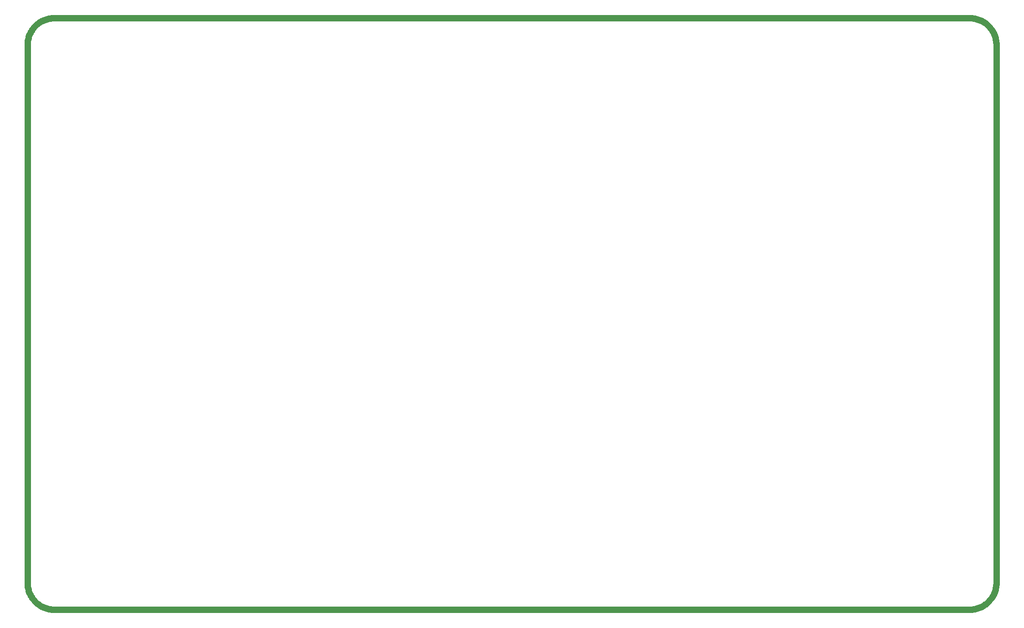
<source format=gko>
G04*
G04 #@! TF.GenerationSoftware,Altium Limited,Altium Designer,20.2.6 (244)*
G04*
G04 Layer_Color=16711935*
%FSLAX25Y25*%
%MOIN*%
G70*
G04*
G04 #@! TF.SameCoordinates,9D63BACA-A2BA-4A5B-992E-1B0141E69424*
G04*
G04*
G04 #@! TF.FilePolarity,Positive*
G04*
G01*
G75*
%ADD154C,0.04724*%
D154*
X-24992Y-5307D02*
X-24967Y-6304D01*
X-24891Y-7299D01*
X-24765Y-8288D01*
X-24589Y-9270D01*
X-24364Y-10241D01*
X-24089Y-11200D01*
X-23767Y-12144D01*
X-23397Y-13070D01*
X-22980Y-13976D01*
X-22519Y-14860D01*
X-22013Y-15720D01*
X-21464Y-16553D01*
X-20874Y-17357D01*
X-20243Y-18129D01*
X-19575Y-18869D01*
X-18869Y-19575D01*
X-18129Y-20243D01*
X-17356Y-20874D01*
X-16553Y-21464D01*
X-15720Y-22013D01*
X-14860Y-22519D01*
X-13976Y-22980D01*
X-13070Y-23397D01*
X-12144Y-23767D01*
X-11200Y-24089D01*
X-10241Y-24364D01*
X-9270Y-24589D01*
X-8288Y-24765D01*
X-7299Y-24891D01*
X-6304Y-24967D01*
X-5307Y-24992D01*
X663976Y-24992D02*
X664973Y-24967D01*
X665968Y-24891D01*
X666957Y-24765D01*
X667939Y-24589D01*
X668911Y-24364D01*
X669869Y-24089D01*
X670813Y-23767D01*
X671739Y-23397D01*
X672646Y-22980D01*
X673530Y-22519D01*
X674389Y-22013D01*
X675222Y-21464D01*
X676026Y-20874D01*
X676799Y-20243D01*
X677539Y-19575D01*
X678244Y-18869D01*
X678913Y-18129D01*
X679543Y-17356D01*
X680133Y-16553D01*
X680682Y-15720D01*
X681188Y-14860D01*
X681650Y-13976D01*
X682066Y-13070D01*
X682436Y-12144D01*
X682759Y-11200D01*
X683033Y-10241D01*
X683258Y-9270D01*
X683434Y-8288D01*
X683560Y-7299D01*
X683636Y-6304D01*
X683661Y-5307D01*
Y388386D02*
X683636Y389383D01*
X683560Y390377D01*
X683434Y391367D01*
X683258Y392348D01*
X683033Y393320D01*
X682759Y394279D01*
X682436Y395223D01*
X682066Y396149D01*
X681650Y397055D01*
X681188Y397939D01*
X680682Y398798D01*
X680133Y399631D01*
X679543Y400435D01*
X678913Y401208D01*
X678244Y401948D01*
X677539Y402653D01*
X676799Y403322D01*
X676026Y403952D01*
X675222Y404543D01*
X674389Y405091D01*
X673530Y405597D01*
X672646Y406059D01*
X671739Y406476D01*
X670813Y406846D01*
X669869Y407168D01*
X668911Y407443D01*
X667939Y407668D01*
X666957Y407844D01*
X665968Y407970D01*
X664973Y408046D01*
X663976Y408071D01*
X-5307D02*
X-6304Y408046D01*
X-7299Y407970D01*
X-8288Y407844D01*
X-9270Y407668D01*
X-10241Y407443D01*
X-11200Y407168D01*
X-12144Y406846D01*
X-13070Y406476D01*
X-13976Y406059D01*
X-14860Y405597D01*
X-15720Y405091D01*
X-16553Y404543D01*
X-17357Y403952D01*
X-18129Y403322D01*
X-18869Y402653D01*
X-19575Y401948D01*
X-20243Y401208D01*
X-20874Y400435D01*
X-21464Y399631D01*
X-22013Y398798D01*
X-22519Y397939D01*
X-22980Y397055D01*
X-23397Y396149D01*
X-23767Y395222D01*
X-24089Y394279D01*
X-24364Y393320D01*
X-24589Y392348D01*
X-24765Y391367D01*
X-24891Y390377D01*
X-24967Y389383D01*
X-24992Y388386D01*
X-5307Y-25000D02*
Y-24992D01*
Y-25000D02*
X663976Y-25000D01*
Y-24992D01*
X683661Y-5307D02*
X683661D01*
X683661Y388386D02*
X683661Y-5307D01*
X683661Y388386D02*
X683661D01*
X-5307Y408071D02*
X663976Y408071D01*
X-5307Y408071D02*
Y408071D01*
X-25000Y388386D02*
X-24992D01*
X-25000D02*
X-25000Y-5307D01*
M02*

</source>
